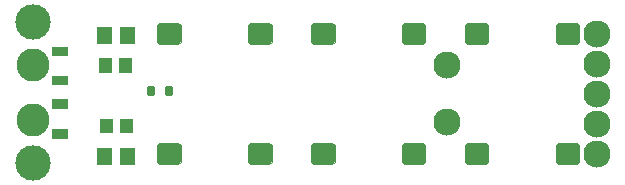
<source format=gbr>
%FSLAX32Y32*%
%MOMM*%
%LNLOETSTOP1*%
G71*
G01*
%ADD10C, 0.00*%
%ADD11C, 3.00*%
%ADD12C, 2.80*%
%ADD13C, 2.30*%
%ADD14C, 2.30*%
%LPD*%
G36*
X2163Y1156D02*
X2183Y1176D01*
X2183Y1316D01*
X2163Y1336D01*
X2003Y1336D01*
X1983Y1316D01*
X1983Y1176D01*
X2003Y1156D01*
X2163Y1156D01*
G37*
G54D10*
X2163Y1156D02*
X2183Y1176D01*
X2183Y1316D01*
X2163Y1336D01*
X2003Y1336D01*
X1983Y1316D01*
X1983Y1176D01*
X2003Y1156D01*
X2163Y1156D01*
G36*
X1393Y1156D02*
X1413Y1176D01*
X1413Y1316D01*
X1393Y1336D01*
X1233Y1336D01*
X1213Y1316D01*
X1213Y1176D01*
X1233Y1156D01*
X1393Y1156D01*
G37*
G54D10*
X1393Y1156D02*
X1413Y1176D01*
X1413Y1316D01*
X1393Y1336D01*
X1233Y1336D01*
X1213Y1316D01*
X1213Y1176D01*
X1233Y1156D01*
X1393Y1156D01*
G36*
X2039Y1221D02*
X2039Y1271D01*
X2089Y1271D01*
X2089Y1221D01*
X2039Y1221D01*
G37*
G36*
X1309Y1221D02*
X1309Y1271D01*
X1359Y1271D01*
X1359Y1221D01*
X1309Y1221D01*
G37*
G36*
X2163Y140D02*
X2183Y160D01*
X2183Y300D01*
X2163Y320D01*
X2003Y320D01*
X1983Y300D01*
X1983Y160D01*
X2003Y140D01*
X2163Y140D01*
G37*
G54D10*
X2163Y140D02*
X2183Y160D01*
X2183Y300D01*
X2163Y320D01*
X2003Y320D01*
X1983Y300D01*
X1983Y160D01*
X2003Y140D01*
X2163Y140D01*
G36*
X1393Y140D02*
X1413Y160D01*
X1413Y300D01*
X1393Y320D01*
X1233Y320D01*
X1213Y300D01*
X1213Y160D01*
X1233Y140D01*
X1393Y140D01*
G37*
G54D10*
X1393Y140D02*
X1413Y160D01*
X1413Y300D01*
X1393Y320D01*
X1233Y320D01*
X1213Y300D01*
X1213Y160D01*
X1233Y140D01*
X1393Y140D01*
G36*
X2039Y205D02*
X2039Y255D01*
X2089Y255D01*
X2089Y205D01*
X2039Y205D01*
G37*
G36*
X1309Y205D02*
X1309Y255D01*
X1359Y255D01*
X1359Y205D01*
X1309Y205D01*
G37*
G36*
X3465Y1156D02*
X3485Y1176D01*
X3485Y1316D01*
X3465Y1336D01*
X3305Y1336D01*
X3285Y1316D01*
X3285Y1176D01*
X3305Y1156D01*
X3465Y1156D01*
G37*
G54D10*
X3465Y1156D02*
X3485Y1176D01*
X3485Y1316D01*
X3465Y1336D01*
X3305Y1336D01*
X3285Y1316D01*
X3285Y1176D01*
X3305Y1156D01*
X3465Y1156D01*
G36*
X2695Y1156D02*
X2715Y1176D01*
X2715Y1316D01*
X2695Y1336D01*
X2535Y1336D01*
X2515Y1316D01*
X2515Y1176D01*
X2535Y1156D01*
X2695Y1156D01*
G37*
G54D10*
X2695Y1156D02*
X2715Y1176D01*
X2715Y1316D01*
X2695Y1336D01*
X2535Y1336D01*
X2515Y1316D01*
X2515Y1176D01*
X2535Y1156D01*
X2695Y1156D01*
G36*
X3340Y1221D02*
X3340Y1271D01*
X3390Y1271D01*
X3390Y1221D01*
X3340Y1221D01*
G37*
G36*
X2610Y1221D02*
X2610Y1271D01*
X2660Y1271D01*
X2660Y1221D01*
X2610Y1221D01*
G37*
G36*
X3465Y140D02*
X3485Y160D01*
X3485Y300D01*
X3465Y320D01*
X3305Y320D01*
X3285Y300D01*
X3285Y160D01*
X3305Y140D01*
X3465Y140D01*
G37*
G54D10*
X3465Y140D02*
X3485Y160D01*
X3485Y300D01*
X3465Y320D01*
X3305Y320D01*
X3285Y300D01*
X3285Y160D01*
X3305Y140D01*
X3465Y140D01*
G36*
X2695Y140D02*
X2715Y160D01*
X2715Y300D01*
X2695Y320D01*
X2535Y320D01*
X2515Y300D01*
X2515Y160D01*
X2535Y140D01*
X2695Y140D01*
G37*
G54D10*
X2695Y140D02*
X2715Y160D01*
X2715Y300D01*
X2695Y320D01*
X2535Y320D01*
X2515Y300D01*
X2515Y160D01*
X2535Y140D01*
X2695Y140D01*
G36*
X3340Y205D02*
X3340Y255D01*
X3390Y255D01*
X3390Y205D01*
X3340Y205D01*
G37*
G36*
X2610Y205D02*
X2610Y255D01*
X2660Y255D01*
X2660Y205D01*
X2610Y205D01*
G37*
G36*
X4767Y1156D02*
X4787Y1176D01*
X4787Y1316D01*
X4767Y1336D01*
X4607Y1336D01*
X4587Y1316D01*
X4587Y1176D01*
X4607Y1156D01*
X4767Y1156D01*
G37*
G54D10*
X4767Y1156D02*
X4787Y1176D01*
X4787Y1316D01*
X4767Y1336D01*
X4607Y1336D01*
X4587Y1316D01*
X4587Y1176D01*
X4607Y1156D01*
X4767Y1156D01*
G36*
X3997Y1156D02*
X4017Y1176D01*
X4017Y1316D01*
X3997Y1336D01*
X3837Y1336D01*
X3817Y1316D01*
X3817Y1176D01*
X3837Y1156D01*
X3997Y1156D01*
G37*
G54D10*
X3997Y1156D02*
X4017Y1176D01*
X4017Y1316D01*
X3997Y1336D01*
X3837Y1336D01*
X3817Y1316D01*
X3817Y1176D01*
X3837Y1156D01*
X3997Y1156D01*
G36*
X4642Y1221D02*
X4642Y1271D01*
X4692Y1271D01*
X4692Y1221D01*
X4642Y1221D01*
G37*
G36*
X3912Y1221D02*
X3912Y1271D01*
X3962Y1271D01*
X3962Y1221D01*
X3912Y1221D01*
G37*
G36*
X4767Y140D02*
X4787Y160D01*
X4787Y300D01*
X4767Y320D01*
X4607Y320D01*
X4587Y300D01*
X4587Y160D01*
X4607Y140D01*
X4767Y140D01*
G37*
G54D10*
X4767Y140D02*
X4787Y160D01*
X4787Y300D01*
X4767Y320D01*
X4607Y320D01*
X4587Y300D01*
X4587Y160D01*
X4607Y140D01*
X4767Y140D01*
G36*
X3997Y140D02*
X4017Y160D01*
X4017Y300D01*
X3997Y320D01*
X3837Y320D01*
X3817Y300D01*
X3817Y160D01*
X3837Y140D01*
X3997Y140D01*
G37*
G54D10*
X3997Y140D02*
X4017Y160D01*
X4017Y300D01*
X3997Y320D01*
X3837Y320D01*
X3817Y300D01*
X3817Y160D01*
X3837Y140D01*
X3997Y140D01*
G36*
X4642Y205D02*
X4642Y255D01*
X4692Y255D01*
X4692Y205D01*
X4642Y205D01*
G37*
G36*
X3912Y205D02*
X3912Y255D01*
X3962Y255D01*
X3962Y205D01*
X3912Y205D01*
G37*
G36*
X320Y888D02*
X455Y888D01*
X455Y808D01*
X320Y808D01*
X320Y888D01*
G37*
X159Y1341D02*
G54D11*
D03*
X159Y151D02*
G54D11*
D03*
X159Y976D02*
G54D12*
D03*
X159Y516D02*
G54D12*
D03*
G36*
X320Y688D02*
X455Y688D01*
X455Y608D01*
X320Y608D01*
X320Y688D01*
G37*
G36*
X321Y1135D02*
X456Y1135D01*
X456Y1055D01*
X321Y1055D01*
X321Y1135D01*
G37*
G36*
X321Y437D02*
X456Y437D01*
X456Y357D01*
X321Y357D01*
X321Y437D01*
G37*
X4937Y1246D02*
G54D13*
D03*
X4937Y992D02*
G54D13*
D03*
X4937Y738D02*
G54D13*
D03*
X4937Y484D02*
G54D13*
D03*
G36*
X705Y1300D02*
X835Y1300D01*
X835Y1160D01*
X705Y1160D01*
X705Y1300D01*
G37*
G36*
X895Y1300D02*
X1025Y1300D01*
X1025Y1160D01*
X895Y1160D01*
X895Y1300D01*
G37*
G36*
X705Y276D02*
X835Y276D01*
X835Y136D01*
X705Y136D01*
X705Y276D01*
G37*
G36*
X895Y276D02*
X1025Y276D01*
X1025Y136D01*
X895Y136D01*
X895Y276D01*
G37*
G36*
X723Y1036D02*
X833Y1036D01*
X833Y916D01*
X723Y916D01*
X723Y1036D01*
G37*
G36*
X893Y1036D02*
X1003Y1036D01*
X1003Y916D01*
X893Y916D01*
X893Y1036D01*
G37*
G36*
X731Y520D02*
X841Y520D01*
X841Y400D01*
X731Y400D01*
X731Y520D01*
G37*
G36*
X901Y520D02*
X1011Y520D01*
X1011Y400D01*
X901Y400D01*
X901Y520D01*
G37*
X3666Y983D02*
G54D14*
D03*
X3666Y499D02*
G54D14*
D03*
X4937Y230D02*
G54D13*
D03*
G36*
X1128Y732D02*
X1138Y722D01*
X1178Y722D01*
X1188Y732D01*
X1188Y792D01*
X1178Y802D01*
X1138Y802D01*
X1128Y792D01*
X1128Y732D01*
G37*
G54D10*
X1128Y732D02*
X1138Y722D01*
X1178Y722D01*
X1188Y732D01*
X1188Y792D01*
X1178Y802D01*
X1138Y802D01*
X1128Y792D01*
X1128Y732D01*
G36*
X1133Y787D02*
X1183Y787D01*
X1183Y737D01*
X1133Y737D01*
X1133Y787D01*
G37*
G36*
X1278Y787D02*
X1328Y787D01*
X1328Y737D01*
X1278Y737D01*
X1278Y787D01*
G37*
G36*
X1278Y732D02*
X1288Y722D01*
X1328Y722D01*
X1338Y732D01*
X1338Y792D01*
X1328Y802D01*
X1288Y802D01*
X1278Y792D01*
X1278Y732D01*
G37*
G54D10*
X1278Y732D02*
X1288Y722D01*
X1328Y722D01*
X1338Y732D01*
X1338Y792D01*
X1328Y802D01*
X1288Y802D01*
X1278Y792D01*
X1278Y732D01*
M02*

</source>
